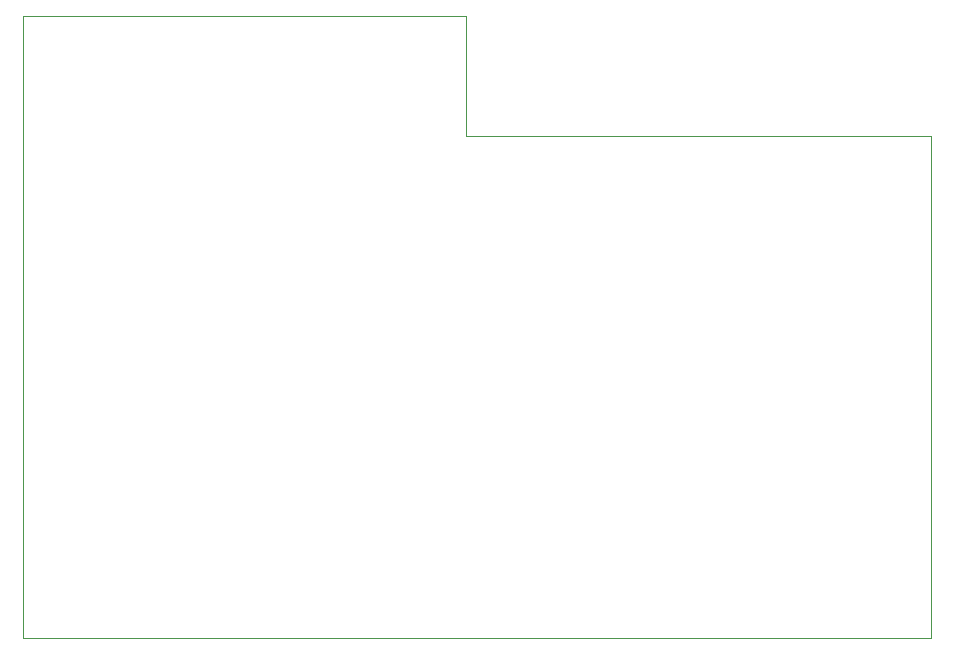
<source format=gbr>
G04 #@! TF.GenerationSoftware,KiCad,Pcbnew,(5.1.2-1)-1*
G04 #@! TF.CreationDate,2019-05-24T19:31:10+01:00*
G04 #@! TF.ProjectId,8840A_CPU_Programmer,38383430-415f-4435-9055-5f50726f6772,rev?*
G04 #@! TF.SameCoordinates,Original*
G04 #@! TF.FileFunction,Profile,NP*
%FSLAX46Y46*%
G04 Gerber Fmt 4.6, Leading zero omitted, Abs format (unit mm)*
G04 Created by KiCad (PCBNEW (5.1.2-1)-1) date 2019-05-24 19:31:10*
%MOMM*%
%LPD*%
G04 APERTURE LIST*
%ADD10C,0.050000*%
G04 APERTURE END LIST*
D10*
X160655000Y-73025000D02*
X160655000Y-80645000D01*
X121285000Y-73025000D02*
X160655000Y-73025000D01*
X121285000Y-62865000D02*
X121285000Y-73025000D01*
X83820000Y-115570000D02*
X83820000Y-62865000D01*
X160655000Y-115570000D02*
X83820000Y-115570000D01*
X160655000Y-80645000D02*
X160655000Y-115570000D01*
X83820000Y-62865000D02*
X121285000Y-62865000D01*
M02*

</source>
